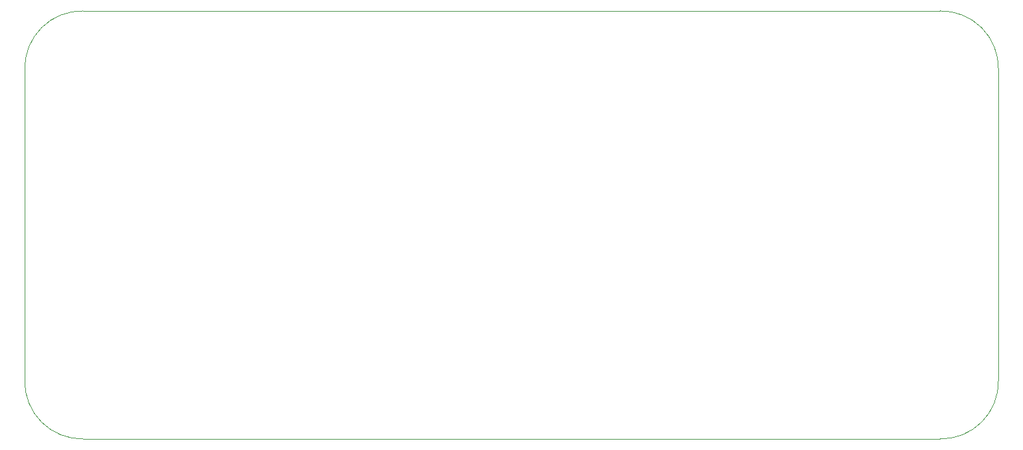
<source format=gbr>
%TF.GenerationSoftware,KiCad,Pcbnew,(6.0.2)*%
%TF.CreationDate,2022-04-12T00:42:21+02:00*%
%TF.ProjectId,raspi_game,72617370-695f-4676-916d-652e6b696361,rev?*%
%TF.SameCoordinates,Original*%
%TF.FileFunction,Profile,NP*%
%FSLAX46Y46*%
G04 Gerber Fmt 4.6, Leading zero omitted, Abs format (unit mm)*
G04 Created by KiCad (PCBNEW (6.0.2)) date 2022-04-12 00:42:21*
%MOMM*%
%LPD*%
G01*
G04 APERTURE LIST*
%TA.AperFunction,Profile*%
%ADD10C,0.100000*%
%TD*%
G04 APERTURE END LIST*
D10*
X77470000Y-63500000D02*
X189230000Y-63500000D01*
X69850000Y-71120000D02*
X69850000Y-111760000D01*
X196850000Y-71120000D02*
G75*
G03*
X189230000Y-63500000I-7473454J146546D01*
G01*
X196850000Y-71120000D02*
X196850000Y-111760000D01*
X77470000Y-119380000D02*
X189230000Y-119380000D01*
X189230000Y-119380000D02*
G75*
G03*
X196850000Y-111760000I146546J7473454D01*
G01*
X77470000Y-63500000D02*
G75*
G03*
X69850000Y-71120000I-146546J-7473454D01*
G01*
X69850000Y-111760000D02*
G75*
G03*
X77470000Y-119380000I7476443J-143557D01*
G01*
M02*

</source>
